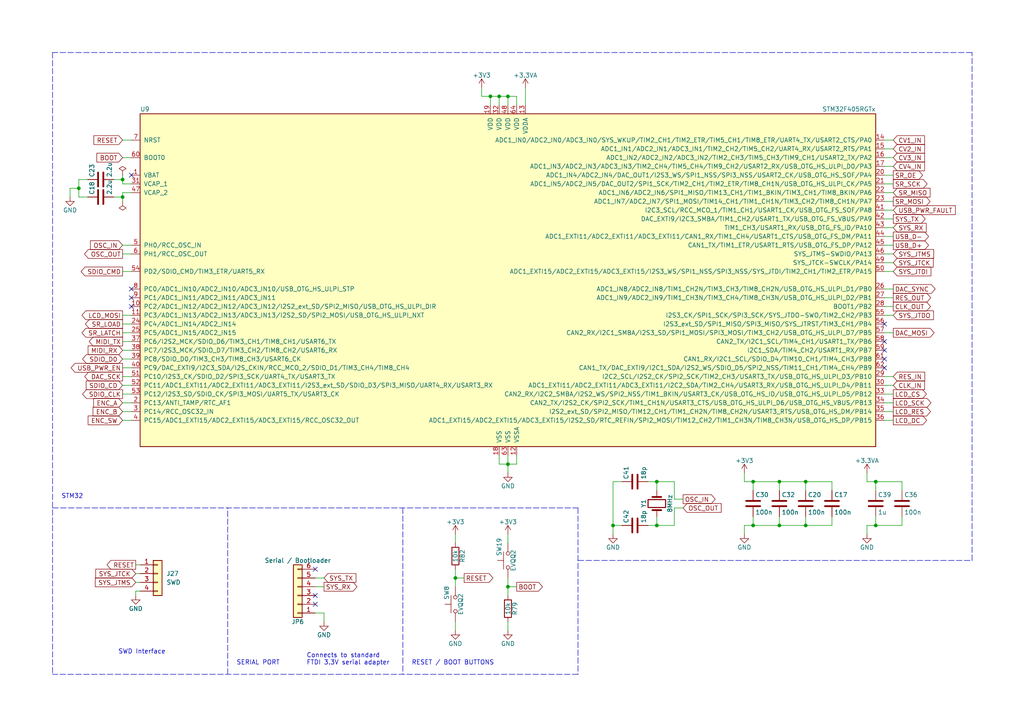
<source format=kicad_sch>
(kicad_sch (version 20211123) (generator eeschema)
  (paper "A4")
  (title_block (title "PER|FORMER eurorack sequencer") (date "2018-10-09") (rev "1.0") (company "westlicht") (comment 1 "cc-by-nc-sa"))
  (lib_symbols
    (symbol "Connector_Generic:Conn_01x04" (pin_names (offset 1.016) hide)
      (property "Reference" "J" (at 0 5.08 0))
      (property "Value" "Conn_01x04" (at 0 -7.62 0))
      (symbol "Conn_01x04_1_1"
        (rectangle (start -1.27 -4.953) (end 0 -5.207) (stroke (width 0.1524)))
        (rectangle (start -1.27 -2.413) (end 0 -2.667) (stroke (width 0.1524)))
        (rectangle (start -1.27 0.127) (end 0 -0.127) (stroke (width 0.1524)))
        (rectangle (start -1.27 2.667) (end 0 2.413) (stroke (width 0.1524)))
        (rectangle (start -1.27 3.81) (end 1.27 -6.35) (stroke (width 0.254)) (fill (type background)))
        (pin passive line (at -5.08 2.54 0) (length 3.81) (name "Pin_1") (number "1"))
        (pin passive line (at -5.08 0 0) (length 3.81) (name "Pin_2") (number "2"))
        (pin passive line (at -5.08 -2.54 0) (length 3.81) (name "Pin_3") (number "3"))
        (pin passive line (at -5.08 -5.08 0) (length 3.81) (name "Pin_4") (number "4"))
      )
    )
    (symbol "Connector_Generic:Conn_01x06" (pin_names (offset 1.016) hide)
      (property "Reference" "J" (at 0 7.62 0))
      (property "Value" "Conn_01x06" (at 0 -10.16 0))
      (symbol "Conn_01x06_1_1"
        (rectangle (start -1.27 -7.493) (end 0 -7.747) (stroke (width 0.1524)))
        (rectangle (start -1.27 -4.953) (end 0 -5.207) (stroke (width 0.1524)))
        (rectangle (start -1.27 -2.413) (end 0 -2.667) (stroke (width 0.1524)))
        (rectangle (start -1.27 0.127) (end 0 -0.127) (stroke (width 0.1524)))
        (rectangle (start -1.27 2.667) (end 0 2.413) (stroke (width 0.1524)))
        (rectangle (start -1.27 5.207) (end 0 4.953) (stroke (width 0.1524)))
        (rectangle (start -1.27 6.35) (end 1.27 -8.89) (stroke (width 0.254)) (fill (type background)))
        (pin passive line (at -5.08 5.08 0) (length 3.81) (name "Pin_1") (number "1"))
        (pin passive line (at -5.08 2.54 0) (length 3.81) (name "Pin_2") (number "2"))
        (pin passive line (at -5.08 0 0) (length 3.81) (name "Pin_3") (number "3"))
        (pin passive line (at -5.08 -2.54 0) (length 3.81) (name "Pin_4") (number "4"))
        (pin passive line (at -5.08 -5.08 0) (length 3.81) (name "Pin_5") (number "5"))
        (pin passive line (at -5.08 -7.62 0) (length 3.81) (name "Pin_6") (number "6"))
      )
    )
    (symbol "Device:C" (pin_numbers hide) (pin_names (offset 0.254))
      (property "Reference" "C" (at 0.635 2.54 0))
      (property "Value" "C" (at 0.635 -2.54 0))
      (symbol "C_0_1"
        (polyline (pts (xy -2.032 -0.762) (xy 2.032 -0.762)) (stroke (width 0.508)))
        (polyline (pts (xy -2.032 0.762) (xy 2.032 0.762)) (stroke (width 0.508)))
      )
      (symbol "C_1_1"
        (pin passive line (at 0 3.81 270) (length 2.794) (name "~") (number "1"))
        (pin passive line (at 0 -3.81 90) (length 2.794) (name "~") (number "2"))
      )
    )
    (symbol "Device:Crystal" (pin_numbers hide) (pin_names (offset 1.016) hide)
      (property "Reference" "Y" (at 0 3.81 0))
      (property "Value" "Crystal" (at 0 -3.81 0))
      (symbol "Crystal_0_1"
        (rectangle (start -1.143 2.54) (end 1.143 -2.54) (stroke (width 0.3048)))
        (polyline (pts (xy -2.54 0) (xy -1.905 0)))
        (polyline (pts (xy -1.905 -1.27) (xy -1.905 1.27)) (stroke (width 0.508)))
        (polyline (pts (xy 1.905 -1.27) (xy 1.905 1.27)) (stroke (width 0.508)))
        (polyline (pts (xy 2.54 0) (xy 1.905 0)))
      )
      (symbol "Crystal_1_1"
        (pin passive line (at -3.81 0 0) (length 1.27) (name "1") (number "1"))
        (pin passive line (at 3.81 0 180) (length 1.27) (name "2") (number "2"))
      )
    )
    (symbol "Device:R" (pin_numbers hide) (pin_names (offset 0))
      (property "Reference" "R" (at 2.032 0 90))
      (property "Value" "R" (at 0 0 90))
      (symbol "R_0_1"
        (rectangle (start -1.016 -2.54) (end 1.016 2.54) (stroke (width 0.254)))
      )
      (symbol "R_1_1"
        (pin passive line (at 0 3.81 270) (length 1.27) (name "~") (number "1"))
        (pin passive line (at 0 -3.81 90) (length 1.27) (name "~") (number "2"))
      )
    )
    (symbol "Switch:SW_Push" (pin_numbers hide) (pin_names (offset 1.016) hide)
      (property "Reference" "SW" (at 1.27 2.54 0))
      (property "Value" "SW_Push" (at 0 -1.524 0))
      (symbol "SW_Push_0_1"
        (circle (center -2.032 0) (radius 0.508))
        (polyline (pts (xy 0 1.27) (xy 0 3.048)))
        (polyline (pts (xy 2.54 1.27) (xy -2.54 1.27)))
        (circle (center 2.032 0) (radius 0.508))
        (pin passive line (at -5.08 0 0) (length 2.54) (name "1") (number "1"))
        (pin passive line (at 5.08 0 180) (length 2.54) (name "2") (number "2"))
      )
    )
    (symbol "power:+3.3V" (power) (pin_names (offset 0))
      (property "Value" "+3.3V" (at 0 3.556 0))
      (symbol "+3.3V_0_1"
        (polyline (pts (xy -0.762 1.27) (xy 0 2.54)))
        (polyline (pts (xy 0 0) (xy 0 2.54)))
        (polyline (pts (xy 0 2.54) (xy 0.762 1.27)))
      )
      (symbol "+3.3V_1_1"
        (pin power_in line (at 0 0 90) (length 0) hide (name "+3V3") (number "1"))
      )
    )
    (symbol "power:+3.3VA" (power) (pin_names (offset 0))
      (property "Value" "+3.3VA" (at 0 3.556 0))
      (symbol "+3.3VA_0_1"
        (polyline (pts (xy -0.762 1.27) (xy 0 2.54)))
        (polyline (pts (xy 0 0) (xy 0 2.54)))
        (polyline (pts (xy 0 2.54) (xy 0.762 1.27)))
      )
      (symbol "+3.3VA_1_1"
        (pin power_in line (at 0 0 90) (length 0) hide (name "+3.3VA") (number "1"))
      )
    )
    (symbol "power:GND" (power) (pin_names (offset 0))
      (property "Value" "GND" (at 0 -3.81 0))
      (symbol "GND_0_1"
        (polyline (pts (xy 0 0) (xy 0 -1.27) (xy 1.27 -1.27) (xy 0 -2.54) (xy -1.27 -1.27) (xy 0 -1.27)))
      )
      (symbol "GND_1_1"
        (pin power_in line (at 0 0 270) (length 0) hide (name "GND") (number "1"))
      )
    )
    (symbol "power:PWR_FLAG" (power) (pin_numbers hide) (pin_names (offset 0) hide)
      (property "Value" "PWR_FLAG" (at 0 3.81 0))
      (symbol "PWR_FLAG_0_0"
        (pin power_out line (at 0 0 90) (length 0) (name "pwr") (number "1"))
      )
      (symbol "PWR_FLAG_0_1"
        (polyline (pts (xy 0 0) (xy 0 1.27) (xy -1.016 1.905) (xy 0 2.54) (xy 1.016 1.905) (xy 0 1.27)))
      )
    )
    (symbol "w_stm32:STM32F405RGTx" (pin_names (offset 1.016))
      (property "Reference" "U" (at -106.68 48.895 0))
      (property "Value" "w_stm32_STM32F405RGTx" (at 106.68 48.895 0))
      (symbol "STM32F405RGTx_0_1"
        (rectangle (start -106.68 -48.26) (end 106.68 48.26) (stroke (width 0.254)) (fill (type background)))
      )
      (symbol "STM32F405RGTx_1_1"
        (pin power_in line (at -109.22 30.48 0) (length 2.54) (name "VBAT") (number "1"))
        (pin bidirectional line (at -109.22 -7.62 0) (length 2.54) (name "PC2/ADC1_IN12/ADC2_IN12/ADC3_IN12/I2S2_ext_SD/SPI2_MISO/USB_OTG_HS_ULPI_DIR") (number "10"))
        (pin bidirectional line (at -109.22 -10.16 0) (length 2.54) (name "PC3/ADC1_IN13/ADC2_IN13/ADC3_IN13/I2S2_SD/SPI2_MOSI/USB_OTG_HS_ULPI_NXT") (number "11"))
        (pin power_in line (at 2.54 -50.8 90) (length 2.54) (name "VSSA") (number "12"))
        (pin power_in line (at 5.08 50.8 270) (length 2.54) (name "VDDA") (number "13"))
        (pin bidirectional line (at 109.22 40.64 180) (length 2.54) (name "ADC1_IN0/ADC2_IN0/ADC3_IN0/SYS_WKUP/TIM2_CH1/TIM2_ETR/TIM5_CH1/TIM8_ETR/UART4_TX/USART2_CTS/PA0") (number "14"))
        (pin bidirectional line (at 109.22 38.1 180) (length 2.54) (name "ADC1_IN1/ADC2_IN1/ADC3_IN1/TIM2_CH2/TIM5_CH2/UART4_RX/USART2_RTS/PA1") (number "15"))
        (pin bidirectional line (at 109.22 35.56 180) (length 2.54) (name "ADC1_IN2/ADC2_IN2/ADC3_IN2/TIM2_CH3/TIM5_CH3/TIM9_CH1/USART2_TX/PA2") (number "16"))
        (pin bidirectional line (at 109.22 33.02 180) (length 2.54) (name "ADC1_IN3/ADC2_IN3/ADC3_IN3/TIM2_CH4/TIM5_CH4/TIM9_CH2/USART2_RX/USB_OTG_HS_ULPI_D0/PA3") (number "17"))
        (pin power_in line (at -2.54 -50.8 90) (length 2.54) (name "VSS") (number "18"))
        (pin power_in line (at -5.08 50.8 270) (length 2.54) (name "VDD") (number "19"))
        (pin bidirectional line (at -109.22 -35.56 0) (length 2.54) (name "PC13/ANTI_TAMP/RTC_AF1") (number "2"))
        (pin bidirectional line (at 109.22 30.48 180) (length 2.54) (name "ADC1_IN4/ADC2_IN4/DAC_OUT1/I2S3_WS/SPI1_NSS/SPI3_NSS/USART2_CK/USB_OTG_HS_SOF/PA4") (number "20"))
        (pin bidirectional line (at 109.22 27.94 180) (length 2.54) (name "ADC1_IN5/ADC2_IN5/DAC_OUT2/SPI1_SCK/TIM2_CH1/TIM2_ETR/TIM8_CH1N/USB_OTG_HS_ULPI_CK/PA5") (number "21"))
        (pin bidirectional line (at 109.22 25.4 180) (length 2.54) (name "ADC1_IN6/ADC2_IN6/SPI1_MISO/TIM13_CH1/TIM1_BKIN/TIM3_CH1/TIM8_BKIN/PA6") (number "22"))
        (pin bidirectional line (at 109.22 22.86 180) (length 2.54) (name "ADC1_IN7/ADC2_IN7/SPI1_MOSI/TIM14_CH1/TIM1_CH1N/TIM3_CH2/TIM8_CH1N/PA7") (number "23"))
        (pin bidirectional line (at -109.22 -12.7 0) (length 2.54) (name "PC4/ADC1_IN14/ADC2_IN14") (number "24"))
        (pin bidirectional line (at -109.22 -15.24 0) (length 2.54) (name "PC5/ADC1_IN15/ADC2_IN15") (number "25"))
        (pin bidirectional line (at 109.22 -2.54 180) (length 2.54) (name "ADC1_IN8/ADC2_IN8/TIM1_CH2N/TIM3_CH3/TIM8_CH2N/USB_OTG_HS_ULPI_D1/PB0") (number "26"))
        (pin bidirectional line (at 109.22 -5.08 180) (length 2.54) (name "ADC1_IN9/ADC2_IN9/TIM1_CH3N/TIM3_CH4/TIM8_CH3N/USB_OTG_HS_ULPI_D2/PB1") (number "27"))
        (pin bidirectional line (at 109.22 -7.62 180) (length 2.54) (name "BOOT1/PB2") (number "28"))
        (pin bidirectional line (at 109.22 -27.94 180) (length 2.54) (name "I2C2_SCL/I2S2_CK/SPI2_SCK/TIM2_CH3/USART3_TX/USB_OTG_HS_ULPI_D3/PB10") (number "29"))
        (pin bidirectional line (at -109.22 -38.1 0) (length 2.54) (name "PC14/RCC_OSC32_IN") (number "3"))
        (pin bidirectional line (at 109.22 -30.48 180) (length 2.54) (name "ADC1_EXTI11/ADC2_EXTI11/ADC3_EXTI11/I2C2_SDA/TIM2_CH4/USART3_RX/USB_OTG_HS_ULPI_D4/PB11") (number "30"))
        (pin power_in line (at -109.22 27.94 0) (length 2.54) (name "VCAP_1") (number "31"))
        (pin power_in line (at -2.54 50.8 270) (length 2.54) (name "VDD") (number "32"))
        (pin bidirectional line (at 109.22 -33.02 180) (length 2.54) (name "CAN2_RX/I2C2_SMBA/I2S2_WS/SPI2_NSS/TIM1_BKIN/USART3_CK/USB_OTG_HS_ID/USB_OTG_HS_ULPI_D5/PB12") (number "33"))
        (pin bidirectional line (at 109.22 -35.56 180) (length 2.54) (name "CAN2_TX/I2S2_CK/SPI2_SCK/TIM1_CH1N/USART3_CTS/USB_OTG_HS_ULPI_D6/USB_OTG_HS_VBUS/PB13") (number "34"))
        (pin bidirectional line (at 109.22 -38.1 180) (length 2.54) (name "I2S2_ext_SD/SPI2_MISO/TIM12_CH1/TIM1_CH2N/TIM8_CH2N/USART3_RTS/USB_OTG_HS_DM/PB14") (number "35"))
        (pin bidirectional line (at 109.22 -40.64 180) (length 2.54) (name "ADC1_EXTI15/ADC2_EXTI15/ADC3_EXTI15/I2S2_SD/RTC_REFIN/SPI2_MOSI/TIM12_CH2/TIM1_CH3N/TIM8_CH3N/USB_OTG_HS_DP/PB15") (number "36"))
        (pin bidirectional line (at -109.22 -17.78 0) (length 2.54) (name "PC6/I2S2_MCK/SDIO_D6/TIM3_CH1/TIM8_CH1/USART6_TX") (number "37"))
        (pin bidirectional line (at -109.22 -20.32 0) (length 2.54) (name "PC7/I2S3_MCK/SDIO_D7/TIM3_CH2/TIM8_CH2/USART6_RX") (number "38"))
        (pin bidirectional line (at -109.22 -22.86 0) (length 2.54) (name "PC8/SDIO_D0/TIM3_CH3/TIM8_CH3/USART6_CK") (number "39"))
        (pin bidirectional line (at -109.22 -40.64 0) (length 2.54) (name "PC15/ADC1_EXTI15/ADC2_EXTI15/ADC3_EXTI15/RCC_OSC32_OUT") (number "4"))
        (pin bidirectional line (at -109.22 -25.4 0) (length 2.54) (name "PC9/DAC_EXTI9/I2C3_SDA/I2S_CKIN/RCC_MCO_2/SDIO_D1/TIM3_CH4/TIM8_CH4") (number "40"))
        (pin bidirectional line (at 109.22 20.32 180) (length 2.54) (name "I2C3_SCL/RCC_MCO_1/TIM1_CH1/USART1_CK/USB_OTG_FS_SOF/PA8") (number "41"))
        (pin bidirectional line (at 109.22 17.78 180) (length 2.54) (name "DAC_EXTI9/I2C3_SMBA/TIM1_CH2/USART1_TX/USB_OTG_FS_VBUS/PA9") (number "42"))
        (pin bidirectional line (at 109.22 15.24 180) (length 2.54) (name "TIM1_CH3/USART1_RX/USB_OTG_FS_ID/PA10") (number "43"))
        (pin bidirectional line (at 109.22 12.7 180) (length 2.54) (name "ADC1_EXTI11/ADC2_EXTI11/ADC3_EXTI11/CAN1_RX/TIM1_CH4/USART1_CTS/USB_OTG_FS_DM/PA11") (number "44"))
        (pin bidirectional line (at 109.22 10.16 180) (length 2.54) (name "CAN1_TX/TIM1_ETR/USART1_RTS/USB_OTG_FS_DP/PA12") (number "45"))
        (pin bidirectional line (at 109.22 7.62 180) (length 2.54) (name "SYS_JTMS-SWDIO/PA13") (number "46"))
        (pin power_in line (at -109.22 25.4 0) (length 2.54) (name "VCAP_2") (number "47"))
        (pin power_in line (at 0 50.8 270) (length 2.54) (name "VDD") (number "48"))
        (pin bidirectional line (at 109.22 5.08 180) (length 2.54) (name "SYS_JTCK-SWCLK/PA14") (number "49"))
        (pin input line (at -109.22 10.16 0) (length 2.54) (name "PH0/RCC_OSC_IN") (number "5"))
        (pin bidirectional line (at 109.22 2.54 180) (length 2.54) (name "ADC1_EXTI15/ADC2_EXTI15/ADC3_EXTI15/I2S3_WS/SPI1_NSS/SPI3_NSS/SYS_JTDI/TIM2_CH1/TIM2_ETR/PA15") (number "50"))
        (pin bidirectional line (at -109.22 -27.94 0) (length 2.54) (name "PC10/I2S3_CK/SDIO_D2/SPI3_SCK/UART4_TX/USART3_TX") (number "51"))
        (pin bidirectional line (at -109.22 -30.48 0) (length 2.54) (name "PC11/ADC1_EXTI11/ADC2_EXTI11/ADC3_EXTI11/I2S3_ext_SD/SDIO_D3/SPI3_MISO/UART4_RX/USART3_RX") (number "52"))
        (pin bidirectional line (at -109.22 -33.02 0) (length 2.54) (name "PC12/I2S3_SD/SDIO_CK/SPI3_MOSI/UART5_TX/USART3_CK") (number "53"))
        (pin bidirectional line (at -109.22 2.54 0) (length 2.54) (name "PD2/SDIO_CMD/TIM3_ETR/UART5_RX") (number "54"))
        (pin bidirectional line (at 109.22 -10.16 180) (length 2.54) (name "I2S3_CK/SPI1_SCK/SPI3_SCK/SYS_JTDO-SWO/TIM2_CH2/PB3") (number "55"))
        (pin bidirectional line (at 109.22 -12.7 180) (length 2.54) (name "I2S3_ext_SD/SPI1_MISO/SPI3_MISO/SYS_JTRST/TIM3_CH1/PB4") (number "56"))
        (pin bidirectional line (at 109.22 -15.24 180) (length 2.54) (name "CAN2_RX/I2C1_SMBA/I2S3_SD/SPI1_MOSI/SPI3_MOSI/TIM3_CH2/USB_OTG_HS_ULPI_D7/PB5") (number "57"))
        (pin bidirectional line (at 109.22 -17.78 180) (length 2.54) (name "CAN2_TX/I2C1_SCL/TIM4_CH1/USART1_TX/PB6") (number "58"))
        (pin bidirectional line (at 109.22 -20.32 180) (length 2.54) (name "I2C1_SDA/TIM4_CH2/USART1_RX/PB7") (number "59"))
        (pin input line (at -109.22 7.62 0) (length 2.54) (name "PH1/RCC_OSC_OUT") (number "6"))
        (pin input line (at -109.22 35.56 0) (length 2.54) (name "BOOT0") (number "60"))
        (pin bidirectional line (at 109.22 -22.86 180) (length 2.54) (name "CAN1_RX/I2C1_SCL/SDIO_D4/TIM10_CH1/TIM4_CH3/PB8") (number "61"))
        (pin bidirectional line (at 109.22 -25.4 180) (length 2.54) (name "CAN1_TX/DAC_EXTI9/I2C1_SDA/I2S2_WS/SDIO_D5/SPI2_NSS/TIM11_CH1/TIM4_CH4/PB9") (number "62"))
        (pin power_in line (at 0 -50.8 90) (length 2.54) (name "VSS") (number "63"))
        (pin power_in line (at 2.54 50.8 270) (length 2.54) (name "VDD") (number "64"))
        (pin input line (at -109.22 40.64 0) (length 2.54) (name "NRST") (number "7"))
        (pin bidirectional line (at -109.22 -2.54 0) (length 2.54) (name "PC0/ADC1_IN10/ADC2_IN10/ADC3_IN10/USB_OTG_HS_ULPI_STP") (number "8"))
        (pin bidirectional line (at -109.22 -5.08 0) (length 2.54) (name "PC1/ADC1_IN11/ADC2_IN11/ADC3_IN11") (number "9"))
      )
    )
  )
  (junction (at 144.78 27.94))
  (junction (at 177.8 152.4))
  (junction (at 233.68 152.4))
  (junction (at 132.08 167.64))
  (junction (at 226.06 152.4))
  (junction (at 147.32 170.18))
  (junction (at 218.44 152.4))
  (junction (at 147.32 134.62))
  (junction (at 254 152.4))
  (junction (at 190.5 139.7))
  (junction (at 147.32 27.94))
  (junction (at 35.56 57.15))
  (junction (at 35.56 52.07))
  (junction (at 254 139.7))
  (junction (at 226.06 139.7))
  (junction (at 22.86 54.61))
  (junction (at 218.44 139.7))
  (junction (at 233.68 139.7))
  (junction (at 142.24 27.94))
  (junction (at 190.5 152.4))
  (no_connect (at 38.1 83.82))
  (no_connect (at 256.54 93.98))
  (no_connect (at 38.1 88.9))
  (no_connect (at 91.44 165.1))
  (no_connect (at 91.44 175.26))
  (no_connect (at 256.54 101.6))
  (no_connect (at 256.54 106.68))
  (no_connect (at 256.54 99.06))
  (no_connect (at 38.1 50.8))
  (no_connect (at 256.54 104.14))
  (no_connect (at 91.44 172.72))
  (no_connect (at 38.1 86.36))
  (wire (pts (xy 233.68 139.7) (xy 241.3 139.7)))
  (wire (pts (xy 215.9 152.4) (xy 215.9 154.94)))
  (wire (pts (xy 256.54 114.3) (xy 259.08 114.3)))
  (wire (pts (xy 149.86 134.62) (xy 149.86 132.08)))
  (wire (pts (xy 22.86 57.15) (xy 25.4 57.15)))
  (wire (pts (xy 251.46 152.4) (xy 254 152.4)))
  (wire (pts (xy 226.06 152.4) (xy 233.68 152.4)))
  (wire (pts (xy 251.46 139.7) (xy 254 139.7)))
  (wire (pts (xy 142.24 27.94) (xy 144.78 27.94)))
  (wire (pts (xy 187.96 139.7) (xy 190.5 139.7)))
  (wire (pts (xy 35.56 57.15) (xy 33.02 57.15)))
  (wire (pts (xy 177.8 152.4) (xy 180.34 152.4)))
  (wire (pts (xy 144.78 30.48) (xy 144.78 27.94)))
  (wire (pts (xy 195.58 139.7) (xy 195.58 144.78)))
  (wire (pts (xy 241.3 152.4) (xy 241.3 149.86)))
  (polyline (pts (xy 15.24 15.24) (xy 15.24 195.58)))
  (wire (pts (xy 256.54 116.84) (xy 259.08 116.84)))
  (wire (pts (xy 233.68 152.4) (xy 241.3 152.4)))
  (wire (pts (xy 190.5 139.7) (xy 190.5 142.24)))
  (wire (pts (xy 35.56 114.3) (xy 38.1 114.3)))
  (polyline (pts (xy 15.24 147.32) (xy 167.64 147.32)))
  (wire (pts (xy 147.32 134.62) (xy 149.86 134.62)))
  (polyline (pts (xy 116.84 147.32) (xy 116.84 195.58)))
  (wire (pts (xy 147.32 27.94) (xy 149.86 27.94)))
  (polyline (pts (xy 167.64 162.56) (xy 281.94 162.56)))
  (wire (pts (xy 218.44 139.7) (xy 226.06 139.7)))
  (wire (pts (xy 256.54 55.88) (xy 259.08 55.88)))
  (wire (pts (xy 218.44 152.4) (xy 218.44 149.86)))
  (polyline (pts (xy 167.64 147.32) (xy 167.64 195.58)))
  (wire (pts (xy 144.78 27.94) (xy 147.32 27.94)))
  (wire (pts (xy 35.56 119.38) (xy 38.1 119.38)))
  (wire (pts (xy 39.37 171.45) (xy 40.64 171.45)))
  (wire (pts (xy 256.54 109.22) (xy 259.08 109.22)))
  (wire (pts (xy 147.32 167.64) (xy 147.32 170.18)))
  (wire (pts (xy 139.7 27.94) (xy 139.7 25.4)))
  (wire (pts (xy 256.54 40.64) (xy 259.08 40.64)))
  (wire (pts (xy 35.56 111.76) (xy 38.1 111.76)))
  (wire (pts (xy 241.3 139.7) (xy 241.3 142.24)))
  (wire (pts (xy 38.1 55.88) (xy 35.56 55.88)))
  (wire (pts (xy 256.54 53.34) (xy 259.08 53.34)))
  (wire (pts (xy 187.96 152.4) (xy 190.5 152.4)))
  (wire (pts (xy 35.56 78.74) (xy 38.1 78.74)))
  (wire (pts (xy 35.56 93.98) (xy 38.1 93.98)))
  (wire (pts (xy 35.56 71.12) (xy 38.1 71.12)))
  (wire (pts (xy 198.12 147.32) (xy 195.58 147.32)))
  (wire (pts (xy 254 152.4) (xy 261.62 152.4)))
  (wire (pts (xy 147.32 154.94) (xy 147.32 157.48)))
  (wire (pts (xy 256.54 73.66) (xy 259.08 73.66)))
  (wire (pts (xy 218.44 152.4) (xy 226.06 152.4)))
  (wire (pts (xy 218.44 139.7) (xy 218.44 142.24)))
  (wire (pts (xy 38.1 40.64) (xy 35.56 40.64)))
  (wire (pts (xy 39.37 168.91) (xy 40.64 168.91)))
  (wire (pts (xy 35.56 57.15) (xy 35.56 58.42)))
  (wire (pts (xy 226.06 152.4) (xy 226.06 149.86)))
  (wire (pts (xy 233.68 139.7) (xy 233.68 142.24)))
  (wire (pts (xy 256.54 83.82) (xy 259.08 83.82)))
  (wire (pts (xy 190.5 152.4) (xy 195.58 152.4)))
  (wire (pts (xy 22.86 54.61) (xy 20.32 54.61)))
  (wire (pts (xy 256.54 63.5) (xy 259.08 63.5)))
  (wire (pts (xy 147.32 170.18) (xy 147.32 172.72)))
  (wire (pts (xy 256.54 48.26) (xy 259.08 48.26)))
  (wire (pts (xy 215.9 139.7) (xy 218.44 139.7)))
  (wire (pts (xy 39.37 163.83) (xy 40.64 163.83)))
  (wire (pts (xy 256.54 78.74) (xy 259.08 78.74)))
  (wire (pts (xy 132.08 167.64) (xy 132.08 170.18)))
  (wire (pts (xy 22.86 54.61) (xy 22.86 57.15)))
  (wire (pts (xy 259.08 96.52) (xy 256.54 96.52)))
  (wire (pts (xy 254 152.4) (xy 254 149.86)))
  (wire (pts (xy 256.54 58.42) (xy 259.08 58.42)))
  (wire (pts (xy 251.46 154.94) (xy 251.46 152.4)))
  (wire (pts (xy 152.4 25.4) (xy 152.4 30.48)))
  (wire (pts (xy 132.08 180.34) (xy 132.08 182.88)))
  (wire (pts (xy 215.9 139.7) (xy 215.9 137.16)))
  (wire (pts (xy 261.62 152.4) (xy 261.62 149.86)))
  (wire (pts (xy 256.54 45.72) (xy 259.08 45.72)))
  (wire (pts (xy 35.56 45.72) (xy 38.1 45.72)))
  (wire (pts (xy 195.58 147.32) (xy 195.58 152.4)))
  (wire (pts (xy 144.78 134.62) (xy 147.32 134.62)))
  (wire (pts (xy 22.86 52.07) (xy 22.86 54.61)))
  (wire (pts (xy 35.56 106.68) (xy 38.1 106.68)))
  (wire (pts (xy 35.56 73.66) (xy 38.1 73.66)))
  (wire (pts (xy 259.08 111.76) (xy 256.54 111.76)))
  (wire (pts (xy 35.56 55.88) (xy 35.56 57.15)))
  (wire (pts (xy 35.56 104.14) (xy 38.1 104.14)))
  (wire (pts (xy 190.5 152.4) (xy 190.5 149.86)))
  (wire (pts (xy 254 139.7) (xy 254 142.24)))
  (wire (pts (xy 147.32 170.18) (xy 149.86 170.18)))
  (wire (pts (xy 39.37 172.72) (xy 39.37 171.45)))
  (wire (pts (xy 256.54 68.58) (xy 259.08 68.58)))
  (wire (pts (xy 147.32 180.34) (xy 147.32 182.88)))
  (wire (pts (xy 144.78 132.08) (xy 144.78 134.62)))
  (wire (pts (xy 39.37 166.37) (xy 40.64 166.37)))
  (wire (pts (xy 142.24 27.94) (xy 142.24 30.48)))
  (wire (pts (xy 35.56 50.8) (xy 35.56 52.07)))
  (wire (pts (xy 177.8 139.7) (xy 177.8 152.4)))
  (wire (pts (xy 35.56 116.84) (xy 38.1 116.84)))
  (wire (pts (xy 35.56 52.07) (xy 35.56 53.34)))
  (wire (pts (xy 256.54 121.92) (xy 259.08 121.92)))
  (wire (pts (xy 147.32 30.48) (xy 147.32 27.94)))
  (wire (pts (xy 177.8 152.4) (xy 177.8 154.94)))
  (wire (pts (xy 251.46 137.16) (xy 251.46 139.7)))
  (polyline (pts (xy 66.04 195.58) (xy 66.04 147.32)))
  (wire (pts (xy 132.08 154.94) (xy 132.08 157.48)))
  (wire (pts (xy 35.56 101.6) (xy 38.1 101.6)))
  (wire (pts (xy 91.44 167.64) (xy 93.98 167.64)))
  (wire (pts (xy 132.08 167.64) (xy 134.62 167.64)))
  (polyline (pts (xy 281.94 162.56) (xy 281.94 15.24)))
  (polyline (pts (xy 281.94 15.24) (xy 15.24 15.24)))
  (wire (pts (xy 256.54 71.12) (xy 259.08 71.12)))
  (wire (pts (xy 256.54 88.9) (xy 259.08 88.9)))
  (wire (pts (xy 147.32 132.08) (xy 147.32 134.62)))
  (wire (pts (xy 256.54 50.8) (xy 259.08 50.8)))
  (wire (pts (xy 147.32 134.62) (xy 147.32 137.16)))
  (wire (pts (xy 132.08 165.1) (xy 132.08 167.64)))
  (wire (pts (xy 139.7 27.94) (xy 142.24 27.94)))
  (wire (pts (xy 195.58 144.78) (xy 198.12 144.78)))
  (wire (pts (xy 149.86 27.94) (xy 149.86 30.48)))
  (polyline (pts (xy 167.64 195.58) (xy 15.24 195.58)))
  (wire (pts (xy 233.68 149.86) (xy 233.68 152.4)))
  (wire (pts (xy 256.54 66.04) (xy 259.08 66.04)))
  (wire (pts (xy 20.32 54.61) (xy 20.32 57.15)))
  (wire (pts (xy 35.56 52.07) (xy 33.02 52.07)))
  (wire (pts (xy 256.54 119.38) (xy 259.08 119.38)))
  (wire (pts (xy 93.98 177.8) (xy 93.98 180.34)))
  (wire (pts (xy 259.08 60.96) (xy 256.54 60.96)))
  (wire (pts (xy 254 139.7) (xy 261.62 139.7)))
  (wire (pts (xy 190.5 139.7) (xy 195.58 139.7)))
  (wire (pts (xy 256.54 86.36) (xy 259.08 86.36)))
  (wire (pts (xy 38.1 99.06) (xy 35.56 99.06)))
  (wire (pts (xy 215.9 152.4) (xy 218.44 152.4)))
  (wire (pts (xy 35.56 96.52) (xy 38.1 96.52)))
  (wire (pts (xy 256.54 76.2) (xy 259.08 76.2)))
  (wire (pts (xy 38.1 91.44) (xy 35.56 91.44)))
  (wire (pts (xy 35.56 121.92) (xy 38.1 121.92)))
  (wire (pts (xy 226.06 139.7) (xy 226.06 142.24)))
  (wire (pts (xy 261.62 139.7) (xy 261.62 142.24)))
  (wire (pts (xy 180.34 139.7) (xy 177.8 139.7)))
  (wire (pts (xy 256.54 91.44) (xy 259.08 91.44)))
  (wire (pts (xy 35.56 109.22) (xy 38.1 109.22)))
  (wire (pts (xy 91.44 177.8) (xy 93.98 177.8)))
  (wire (pts (xy 35.56 53.34) (xy 38.1 53.34)))
  (wire (pts (xy 25.4 52.07) (xy 22.86 52.07)))
  (wire (pts (xy 226.06 139.7) (xy 233.68 139.7)))
  (wire (pts (xy 256.54 43.18) (xy 259.08 43.18)))
  (wire (pts (xy 91.44 170.18) (xy 93.98 170.18)))
  (text "STM32" (at 17.78 144.78 0) (effects (font (size 1.2954 1.2954)) (justify left bottom)))
  (text "RESET / BOOT BUTTONS" (at 119.38 193.04 0) (effects (font (size 1.2954 1.2954)) (justify left bottom)))
  (text "SERIAL PORT" (at 68.58 193.04 0) (effects (font (size 1.2954 1.2954)) (justify left bottom)))
  (text "Connects to standard\nFTDI 3.3V serial adapter" (at 88.9 193.04 0) (effects (font (size 1.2954 1.2954)) (justify left bottom)))
  (text "SWD Interface" (at 34.29 189.865 0) (effects (font (size 1.2954 1.2954)) (justify left bottom)))
  (global_label "SR_LATCH" (shape output) (at 35.56 96.52 180) (effects (font (size 1.2954 1.2954))) (property "Intersheet References" "${INTERSHEET_REFS}" (effects hide)))
  (global_label "CV1_IN" (shape input) (at 259.08 40.64 0) (effects (font (size 1.2954 1.2954))) (property "Intersheet References" "${INTERSHEET_REFS}" (effects hide)))
  (global_label "SR_OE" (shape output) (at 259.08 50.8 0) (effects (font (size 1.2954 1.2954))) (property "Intersheet References" "${INTERSHEET_REFS}" (effects hide)))
  (global_label "SYS_JTCK" (shape input) (at 39.37 166.37 180) (effects (font (size 1.2954 1.2954))) (property "Intersheet References" "${INTERSHEET_REFS}" (effects hide)))
  (global_label "CLK_IN" (shape input) (at 259.08 111.76 0) (effects (font (size 1.2954 1.2954))) (property "Intersheet References" "${INTERSHEET_REFS}" (effects hide)))
  (global_label "RES_IN" (shape input) (at 259.08 109.22 0) (effects (font (size 1.2954 1.2954))) (property "Intersheet References" "${INTERSHEET_REFS}" (effects hide)))
  (global_label "DAC_SCK" (shape output) (at 35.56 109.22 180) (effects (font (size 1.2954 1.2954))) (property "Intersheet References" "${INTERSHEET_REFS}" (effects hide)))
  (global_label "OSC_IN" (shape output) (at 198.12 144.78 0) (effects (font (size 1.2954 1.2954))) (property "Intersheet References" "${INTERSHEET_REFS}" (effects hide)))
  (global_label "RESET" (shape output) (at 134.62 167.64 0) (effects (font (size 1.2954 1.2954))) (property "Intersheet References" "${INTERSHEET_REFS}" (effects hide)))
  (global_label "ENC_SW" (shape input) (at 35.56 121.92 180) (effects (font (size 1.2954 1.2954))) (property "Intersheet References" "${INTERSHEET_REFS}" (effects hide)))
  (global_label "SYS_JTMS" (shape input) (at 39.37 168.91 180) (effects (font (size 1.2954 1.2954))) (property "Intersheet References" "${INTERSHEET_REFS}" (effects hide)))
  (global_label "USB_PWR_EN" (shape output) (at 35.56 106.68 180) (effects (font (size 1.2954 1.2954))) (property "Intersheet References" "${INTERSHEET_REFS}" (effects hide)))
  (global_label "SYS_RX" (shape output) (at 93.98 170.18 0) (effects (font (size 1.2954 1.2954))) (property "Intersheet References" "${INTERSHEET_REFS}" (effects hide)))
  (global_label "SDIO_D0" (shape bidirectional) (at 35.56 104.14 180) (effects (font (size 1.2954 1.2954))) (property "Intersheet References" "${INTERSHEET_REFS}" (effects hide)))
  (global_label "SR_SCK" (shape output) (at 259.08 53.34 0) (effects (font (size 1.2954 1.2954))) (property "Intersheet References" "${INTERSHEET_REFS}" (effects hide)))
  (global_label "CV2_IN" (shape input) (at 259.08 43.18 0) (effects (font (size 1.2954 1.2954))) (property "Intersheet References" "${INTERSHEET_REFS}" (effects hide)))
  (global_label "USB_D-" (shape output) (at 259.08 68.58 0) (effects (font (size 1.2954 1.2954))) (property "Intersheet References" "${INTERSHEET_REFS}" (effects hide)))
  (global_label "ENC_A" (shape input) (at 35.56 116.84 180) (effects (font (size 1.2954 1.2954))) (property "Intersheet References" "${INTERSHEET_REFS}" (effects hide)))
  (global_label "SYS_RX" (shape input) (at 259.08 66.04 0) (effects (font (size 1.2954 1.2954))) (property "Intersheet References" "${INTERSHEET_REFS}" (effects hide)))
  (global_label "LCD_DC" (shape output) (at 259.08 121.92 0) (effects (font (size 1.2954 1.2954))) (property "Intersheet References" "${INTERSHEET_REFS}" (effects hide)))
  (global_label "USB_PWR_FAULT" (shape input) (at 259.08 60.96 0) (effects (font (size 1.2954 1.2954))) (property "Intersheet References" "${INTERSHEET_REFS}" (effects hide)))
  (global_label "MIDI_TX" (shape output) (at 35.56 99.06 180) (effects (font (size 1.2954 1.2954))) (property "Intersheet References" "${INTERSHEET_REFS}" (effects hide)))
  (global_label "MIDI_RX" (shape input) (at 35.56 101.6 180) (effects (font (size 1.2954 1.2954))) (property "Intersheet References" "${INTERSHEET_REFS}" (effects hide)))
  (global_label "SR_MOSI" (shape output) (at 259.08 58.42 0) (effects (font (size 1.2954 1.2954))) (property "Intersheet References" "${INTERSHEET_REFS}" (effects hide)))
  (global_label "DAC_SYNC" (shape output) (at 259.08 83.82 0) (effects (font (size 1.2954 1.2954))) (property "Intersheet References" "${INTERSHEET_REFS}" (effects hide)))
  (global_label "SYS_JTMS" (shape input) (at 259.08 73.66 0) (effects (font (size 1.2954 1.2954))) (property "Intersheet References" "${INTERSHEET_REFS}" (effects hide)))
  (global_label "SR_MISO" (shape input) (at 259.08 55.88 0) (effects (font (size 1.2954 1.2954))) (property "Intersheet References" "${INTERSHEET_REFS}" (effects hide)))
  (global_label "LCD_CS" (shape output) (at 259.08 114.3 0) (effects (font (size 1.2954 1.2954))) (property "Intersheet References" "${INTERSHEET_REFS}" (effects hide)))
  (global_label "SR_LOAD" (shape output) (at 35.56 93.98 180) (effects (font (size 1.2954 1.2954))) (property "Intersheet References" "${INTERSHEET_REFS}" (effects hide)))
  (global_label "ENC_B" (shape input) (at 35.56 119.38 180) (effects (font (size 1.2954 1.2954))) (property "Intersheet References" "${INTERSHEET_REFS}" (effects hide)))
  (global_label "SDIO_CLK" (shape output) (at 35.56 114.3 180) (effects (font (size 1.2954 1.2954))) (property "Intersheet References" "${INTERSHEET_REFS}" (effects hide)))
  (global_label "CV4_IN" (shape input) (at 259.08 48.26 0) (effects (font (size 1.2954 1.2954))) (property "Intersheet References" "${INTERSHEET_REFS}" (effects hide)))
  (global_label "BOOT" (shape output) (at 149.86 170.18 0) (effects (font (size 1.2954 1.2954))) (property "Intersheet References" "${INTERSHEET_REFS}" (effects hide)))
  (global_label "CLK_OUT" (shape output) (at 259.08 88.9 0) (effects (font (size 1.2954 1.2954))) (property "Intersheet References" "${INTERSHEET_REFS}" (effects hide)))
  (global_label "BOOT" (shape input) (at 35.56 45.72 180) (effects (font (size 1.2954 1.2954))) (property "Intersheet References" "${INTERSHEET_REFS}" (effects hide)))
  (global_label "RES_OUT" (shape output) (at 259.08 86.36 0) (effects (font (size 1.2954 1.2954))) (property "Intersheet References" "${INTERSHEET_REFS}" (effects hide)))
  (global_label "RESET" (shape output) (at 39.37 163.83 180) (effects (font (size 1.2954 1.2954))) (property "Intersheet References" "${INTERSHEET_REFS}" (effects hide)))
  (global_label "CV3_IN" (shape input) (at 259.08 45.72 0) (effects (font (size 1.2954 1.2954))) (property "Intersheet References" "${INTERSHEET_REFS}" (effects hide)))
  (global_label "RESET" (shape input) (at 35.56 40.64 180) (effects (font (size 1.2954 1.2954))) (property "Intersheet References" "${INTERSHEET_REFS}" (effects hide)))
  (global_label "OSC_IN" (shape input) (at 35.56 71.12 180) (effects (font (size 1.2954 1.2954))) (property "Intersheet References" "${INTERSHEET_REFS}" (effects hide)))
  (global_label "OSC_OUT" (shape input) (at 198.12 147.32 0) (effects (font (size 1.2954 1.2954))) (property "Intersheet References" "${INTERSHEET_REFS}" (effects hide)))
  (global_label "SYS_JTDO" (shape input) (at 259.08 91.44 0) (effects (font (size 1.2954 1.2954))) (property "Intersheet References" "${INTERSHEET_REFS}" (effects hide)))
  (global_label "SYS_TX" (shape input) (at 93.98 167.64 0) (effects (font (size 1.2954 1.2954))) (property "Intersheet References" "${INTERSHEET_REFS}" (effects hide)))
  (global_label "LCD_RES" (shape output) (at 259.08 119.38 0) (effects (font (size 1.2954 1.2954))) (property "Intersheet References" "${INTERSHEET_REFS}" (effects hide)))
  (global_label "SYS_TX" (shape output) (at 259.08 63.5 0) (effects (font (size 1.2954 1.2954))) (property "Intersheet References" "${INTERSHEET_REFS}" (effects hide)))
  (global_label "USB_D+" (shape output) (at 259.08 71.12 0) (effects (font (size 1.2954 1.2954))) (property "Intersheet References" "${INTERSHEET_REFS}" (effects hide)))
  (global_label "SDIO_CD" (shape input) (at 35.56 111.76 180) (effects (font (size 1.2954 1.2954))) (property "Intersheet References" "${INTERSHEET_REFS}" (effects hide)))
  (global_label "SYS_JTDI" (shape input) (at 259.08 78.74 0) (effects (font (size 1.2954 1.2954))) (property "Intersheet References" "${INTERSHEET_REFS}" (effects hide)))
  (global_label "LCD_SCK" (shape output) (at 259.08 116.84 0) (effects (font (size 1.2954 1.2954))) (property "Intersheet References" "${INTERSHEET_REFS}" (effects hide)))
  (global_label "SYS_JTCK" (shape input) (at 259.08 76.2 0) (effects (font (size 1.2954 1.2954))) (property "Intersheet References" "${INTERSHEET_REFS}" (effects hide)))
  (global_label "SDIO_CMD" (shape output) (at 35.56 78.74 180) (effects (font (size 1.2954 1.2954))) (property "Intersheet References" "${INTERSHEET_REFS}" (effects hide)))
  (global_label "OSC_OUT" (shape output) (at 35.56 73.66 180) (effects (font (size 1.2954 1.2954))) (property "Intersheet References" "${INTERSHEET_REFS}" (effects hide)))
  (global_label "LCD_MOSI" (shape output) (at 35.56 91.44 180) (effects (font (size 1.2954 1.2954))) (property "Intersheet References" "${INTERSHEET_REFS}" (effects hide)))
  (global_label "DAC_MOSI" (shape output) (at 259.08 96.52 0) (effects (font (size 1.2954 1.2954))) (property "Intersheet References" "${INTERSHEET_REFS}" (effects hide)))
  (symbol (lib_id "w_stm32:STM32F405RGTx") (at 147.32 81.28 0) (unit 1)
    (property "Reference" "U9" (at 40.64 32.385 0) (effects (justify left bottom)))
    (property "Value" "STM32F405RGTx" (at 254 32.385 0) (effects (justify right bottom)))
    (property "Footprint" "Package_QFP:LQFP-64_10x10mm_P0.5mm" (effects hide))
    (property "Datasheet" "http://datasheet.octopart.com/STM32F405RGT6-STMicroelectronics-datasheet-12357803.pdf" (effects hide))
    (property "MFN" "STMicroelectronics" (effects hide))
    (property "MFP" "STM32F405RGT6" (effects hide))
    (property "Package" "LQFP-64" (effects hide))
  )
  (symbol (lib_id "Connector_Generic:Conn_01x06") (at 86.36 172.72 180) (unit 1)
    (property "Reference" "JP6" (at 86.36 180.34 0))
    (property "Value" "Serial / Bootloader" (at 86.36 162.56 0))
    (property "Footprint" "Connector_PinHeader_2.54mm:PinHeader_1x06_P2.54mm_Vertical" (effects hide))
    (property "Datasheet" "http://datasheet.octopart.com/68002-106HLF-FCI-datasheet-8449737.pdf" (effects hide))
    (property "MFN" "FCI" (effects hide))
    (property "MFP" "68002-106HLF" (effects hide))
  )
  (symbol (lib_id "power:GND") (at 93.98 180.34 0) (unit 1)
    (property "Reference" "#PWR055" (effects hide))
    (property "Value" "GND" (at 93.98 184.15 0))
  )
  (symbol (lib_id "power:+3.3V") (at 139.7 25.4 0) (unit 1)
    (property "Reference" "#PWR058" (effects hide))
    (property "Value" "+3.3V" (at 139.7 21.844 0))
  )
  (symbol (lib_id "power:+3.3VA") (at 152.4 25.4 0) (unit 1)
    (property "Reference" "#PWR059" (effects hide))
    (property "Value" "+3.3VA" (at 152.4 21.844 0))
  )
  (symbol (lib_id "power:GND") (at 147.32 137.16 0) (unit 1)
    (property "Reference" "#PWR060" (effects hide))
    (property "Value" "GND" (at 147.32 140.97 0))
  )
  (symbol (lib_id "Device:Crystal") (at 190.5 146.05 90) (unit 1)
    (property "Reference" "Y1" (at 186.69 146.05 0))
    (property "Value" "8MHz" (at 194.31 146.05 0))
    (property "Footprint" "Crystal:Crystal_SMD_Abracon_ABM3-2Pin_5.0x3.2mm_HandSoldering" (effects hide))
    (property "Datasheet" "http://datasheet.octopart.com/ABM3-8.000MHZ-D2Y-T-Abracon-datasheet-8815637.pdf" (effects hide))
    (property "MFN" "Abracon" (effects hide))
    (property "MFP" "ABM3-8.000MHZ-D2Y-T" (effects hide))
  )
  (symbol (lib_id "Device:C") (at 184.15 139.7 90) (unit 1)
    (property "Reference" "C41" (at 181.61 139.065 0) (effects (justify left)))
    (property "Value" "18p" (at 186.69 139.065 0) (effects (justify left)))
    (property "Footprint" "w_capacitor:C_0603" (effects hide))
    (property "Datasheet" "http://datasheet.octopart.com/GRM1885C1H180JA01J-Murata-datasheet-66077082.pdf" (effects hide))
    (property "MFN" "Murata" (effects hide))
    (property "MFP" "GRM1885C1H180JA01J" (effects hide))
    (property "Package" "0603" (effects hide))
  )
  (symbol (lib_id "Device:C") (at 184.15 152.4 90) (unit 1)
    (property "Reference" "C42" (at 181.61 151.765 0) (effects (justify left)))
    (property "Value" "18p" (at 186.69 151.765 0) (effects (justify left)))
    (property "Footprint" "w_capacitor:C_0603" (effects hide))
    (property "Datasheet" "http://datasheet.octopart.com/GRM1885C1H180JA01J-Murata-datasheet-66077082.pdf" (effects hide))
    (property "MFN" "Murata" (effects hide))
    (property "MFP" "GRM1885C1H180JA01J" (effects hide))
    (property "Package" "0603" (effects hide))
  )
  (symbol (lib_id "power:GND") (at 177.8 154.94 0) (unit 1)
    (property "Reference" "#PWR061" (effects hide))
    (property "Value" "GND" (at 177.8 158.75 0))
  )
  (symbol (lib_id "Device:C") (at 29.21 52.07 90) (unit 1)
    (property "Reference" "C23" (at 26.67 51.435 0) (effects (justify left)))
    (property "Value" "2.2u" (at 31.75 51.435 0) (effects (justify left)))
    (property "Footprint" "w_capacitor:C_0805" (effects hide))
    (property "Datasheet" "http://datasheet.octopart.com/C2012X5R1A225K085AA-TDK-datasheet-41194876.pdf" (effects hide))
    (property "MFN" "TDK" (effects hide))
    (property "MFP" "C2012X5R1A225K085AA" (effects hide))
    (property "Package" "0805" (effects hide))
  )
  (symbol (lib_id "Device:C") (at 29.21 57.15 90) (unit 1)
    (property "Reference" "C18" (at 26.67 56.515 0) (effects (justify left)))
    (property "Value" "2.2u" (at 31.75 56.515 0) (effects (justify left)))
    (property "Footprint" "w_capacitor:C_0805" (effects hide))
    (property "Datasheet" "http://datasheet.octopart.com/C2012X5R1A225K085AA-TDK-datasheet-41194876.pdf" (effects hide))
    (property "MFN" "TDK" (effects hide))
    (property "MFP" "C2012X5R1A225K085AA" (effects hide))
    (property "Package" "0805" (effects hide))
  )
  (symbol (lib_id "power:GND") (at 20.32 57.15 0) (unit 1)
    (property "Reference" "#PWR062" (effects hide))
    (property "Value" "GND" (at 20.32 60.96 0))
  )
  (symbol (lib_id "Switch:SW_Push") (at 147.32 162.56 90) (unit 1)
    (property "Reference" "SW19" (at 144.78 161.29 0) (effects (justify left)))
    (property "Value" "EVQQ2" (at 148.844 162.56 0))
    (property "Footprint" "Button_Switch_SMD:SW_SPST_EVQQ2" (effects hide))
    (property "Datasheet" "http://datasheet.octopart.com/EVQ-Q2K01W-Panasonic-datasheet-13267673.pdf" (effects hide))
    (property "MFN" "Panasonic" (effects hide))
    (property "MFP" "EVQ-Q2K01W" (effects hide))
  )
  (symbol (lib_id "Switch:SW_Push") (at 132.08 175.26 90) (unit 1)
    (property "Reference" "SW8" (at 129.54 173.99 0) (effects (justify left)))
    (property "Value" "EVQQ2" (at 133.604 175.26 0))
    (property "Footprint" "Button_Switch_SMD:SW_SPST_EVQQ2" (effects hide))
    (property "Datasheet" "http://datasheet.octopart.com/EVQ-Q2K01W-Panasonic-datasheet-13267673.pdf" (effects hide))
    (property "MFN" "Panasonic" (effects hide))
    (property "MFP" "EVQ-Q2K01W" (effects hide))
  )
  (symbol (lib_id "Device:R") (at 132.08 161.29 0) (unit 1)
    (property "Reference" "R82" (at 134.112 161.29 90))
    (property "Value" "10k" (at 132.08 161.29 90))
    (property "Footprint" "w_resistor:R_0603" (effects hide))
    (property "Datasheet" "http://datasheet.octopart.com/ERJ-3EKF1002V-Panasonic-datasheet-13266541.pdf" (effects hide))
    (property "MFN" "Panasonic" (effects hide))
    (property "MFP" "ERJ-3EKF1002V" (effects hide))
    (property "Package" "0603" (effects hide))
  )
  (symbol (lib_id "Device:R") (at 147.32 176.53 0) (unit 1)
    (property "Reference" "R79" (at 149.352 176.53 90))
    (property "Value" "10k" (at 147.32 176.53 90))
    (property "Footprint" "w_resistor:R_0603" (effects hide))
    (property "Datasheet" "http://datasheet.octopart.com/ERJ-3EKF1002V-Panasonic-datasheet-13266541.pdf" (effects hide))
    (property "MFN" "Panasonic" (effects hide))
    (property "MFP" "ERJ-3EKF1002V" (effects hide))
    (property "Package" "0603" (effects hide))
  )
  (symbol (lib_id "power:+3.3V") (at 132.08 154.94 0) (unit 1)
    (property "Reference" "#PWR063" (effects hide))
    (property "Value" "+3.3V" (at 132.08 151.384 0))
  )
  (symbol (lib_id "power:+3.3V") (at 147.32 154.94 0) (unit 1)
    (property "Reference" "#PWR064" (effects hide))
    (property "Value" "+3.3V" (at 147.32 151.384 0))
  )
  (symbol (lib_id "power:GND") (at 132.08 182.88 0) (unit 1)
    (property "Reference" "#PWR065" (effects hide))
    (property "Value" "GND" (at 132.08 186.69 0))
  )
  (symbol (lib_id "power:GND") (at 147.32 182.88 0) (unit 1)
    (property "Reference" "#PWR066" (effects hide))
    (property "Value" "GND" (at 147.32 186.69 0))
  )
  (symbol (lib_id "Device:C") (at 218.44 146.05 0) (unit 1)
    (property "Reference" "C30" (at 219.075 143.51 0) (effects (justify left)))
    (property "Value" "100n" (at 219.075 148.59 0) (effects (justify left)))
    (property "Footprint" "w_capacitor:C_0603" (effects hide))
    (property "Datasheet" "http://datasheet.octopart.com/GRM188R71E104JA01J-Murata-datasheet-66077098.pdf" (effects hide))
    (property "MFN" "Murata" (effects hide))
    (property "MFP" "GRM188R71E104JA01J" (effects hide))
    (property "Package" "0603" (effects hide))
  )
  (symbol (lib_id "Device:C") (at 226.06 146.05 0) (unit 1)
    (property "Reference" "C32" (at 226.695 143.51 0) (effects (justify left)))
    (property "Value" "100n" (at 226.695 148.59 0) (effects (justify left)))
    (property "Footprint" "w_capacitor:C_0603" (effects hide))
    (property "Datasheet" "http://datasheet.octopart.com/GRM188R71E104JA01J-Murata-datasheet-66077098.pdf" (effects hide))
    (property "MFN" "Murata" (effects hide))
    (property "MFP" "GRM188R71E104JA01J" (effects hide))
    (property "Package" "0603" (effects hide))
  )
  (symbol (lib_id "Device:C") (at 233.68 146.05 0) (unit 1)
    (property "Reference" "C20" (at 234.315 143.51 0) (effects (justify left)))
    (property "Value" "100n" (at 234.315 148.59 0) (effects (justify left)))
    (property "Footprint" "w_capacitor:C_0603" (effects hide))
    (property "Datasheet" "http://datasheet.octopart.com/GRM188R71E104JA01J-Murata-datasheet-66077098.pdf" (effects hide))
    (property "MFN" "Murata" (effects hide))
    (property "MFP" "GRM188R71E104JA01J" (effects hide))
    (property "Package" "0603" (effects hide))
  )
  (symbol (lib_id "Device:C") (at 241.3 146.05 0) (unit 1)
    (property "Reference" "C17" (at 241.935 143.51 0) (effects (justify left)))
    (property "Value" "100n" (at 241.935 148.59 0) (effects (justify left)))
    (property "Footprint" "w_capacitor:C_0603" (effects hide))
    (property "Datasheet" "http://datasheet.octopart.com/GRM188R71E104JA01J-Murata-datasheet-66077098.pdf" (effects hide))
    (property "MFN" "Murata" (effects hide))
    (property "MFP" "GRM188R71E104JA01J" (effects hide))
    (property "Package" "0603" (effects hide))
  )
  (symbol (lib_id "power:+3.3V") (at 215.9 137.16 0) (unit 1)
    (property "Reference" "#PWR067" (effects hide))
    (property "Value" "+3.3V" (at 215.9 133.604 0))
  )
  (symbol (lib_id "power:GND") (at 215.9 154.94 0) (unit 1)
    (property "Reference" "#PWR068" (effects hide))
    (property "Value" "GND" (at 215.9 158.75 0))
  )
  (symbol (lib_id "power:+3.3VA") (at 251.46 137.16 0) (unit 1)
    (property "Reference" "#PWR069" (effects hide))
    (property "Value" "+3.3VA" (at 251.46 133.604 0))
  )
  (symbol (lib_id "power:GND") (at 251.46 154.94 0) (unit 1)
    (property "Reference" "#PWR070" (effects hide))
    (property "Value" "GND" (at 251.46 158.75 0))
  )
  (symbol (lib_id "Device:C") (at 254 146.05 0) (unit 1)
    (property "Reference" "C39" (at 254.635 143.51 0) (effects (justify left)))
    (property "Value" "1u" (at 254.635 148.59 0) (effects (justify left)))
    (property "Footprint" "w_capacitor:C_0603" (effects hide))
    (property "Datasheet" "http://datasheet.octopart.com/GRM188R61A105KA61J-Murata-datasheet-66077091.pdf" (effects hide))
    (property "MFN" "Murata" (effects hide))
    (property "MFP" "GRM188R61A105KA61J" (effects hide))
    (property "Package" "0603" (effects hide))
  )
  (symbol (lib_id "Device:C") (at 261.62 146.05 0) (unit 1)
    (property "Reference" "C36" (at 262.255 143.51 0) (effects (justify left)))
    (property "Value" "100n" (at 262.255 148.59 0) (effects (justify left)))
    (property "Footprint" "w_capacitor:C_0603" (effects hide))
    (property "Datasheet" "http://datasheet.octopart.com/GRM188R71E104JA01J-Murata-datasheet-66077098.pdf" (effects hide))
    (property "MFN" "Murata" (effects hide))
    (property "MFP" "GRM188R71E104JA01J" (effects hide))
    (property "Package" "0603" (effects hide))
  )
  (symbol (lib_id "power:PWR_FLAG") (at 35.56 58.42 180) (unit 1)
    (property "Reference" "#FLG071" (effects hide))
    (property "Value" "PWR_FLAG" (effects hide))
  )
  (symbol (lib_id "power:PWR_FLAG") (at 35.56 50.8 0) (unit 1)
    (property "Reference" "#FLG072" (effects hide))
    (property "Value" "PWR_FLAG" (effects hide))
  )
  (symbol (lib_id "Connector_Generic:Conn_01x04") (at 45.72 166.37 0) (unit 1)
    (property "Reference" "J27" (at 48.26 166.3699 0) (effects (justify left)))
    (property "Value" "SWD" (at 48.26 168.9099 0) (effects (justify left)))
    (property "Footprint" "Connector_PinHeader_2.54mm:PinHeader_1x04_P2.54mm_Vertical" (effects hide))
  )
  (symbol (lib_id "power:GND") (at 39.37 172.72 0) (unit 1)
    (property "Reference" "#PWR0113" (effects hide))
    (property "Value" "GND" (at 39.37 176.53 0))
  )
)
</source>
